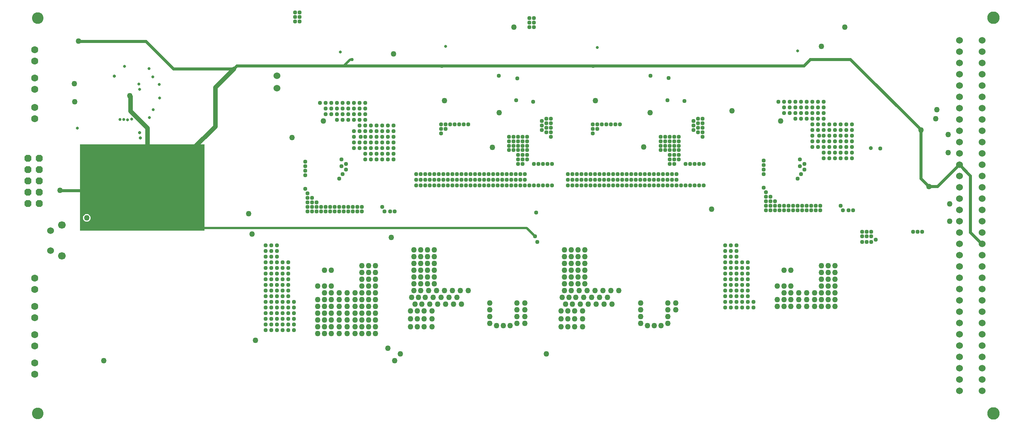
<source format=gbr>
%FSTAX23Y23*%
%MOIN*%
%SFA1B1*%

%IPPOS*%
%AMD71*
4,1,8,-0.031000,0.015500,-0.031000,-0.015500,-0.015500,-0.031000,0.015500,-0.031000,0.031000,-0.015500,0.031000,0.015500,0.015500,0.031000,-0.015500,0.031000,-0.031000,0.015500,0.0*
%
%ADD58C,0.025000*%
%ADD62C,0.039370*%
%ADD64C,0.019685*%
%ADD67C,0.102362*%
%ADD68C,0.060000*%
%ADD69C,0.066929*%
%ADD70C,0.062992*%
G04~CAMADD=71~4~0.0~0.0~620.0~620.0~0.0~155.0~0~0.0~0.0~0.0~0.0~0~0.0~0.0~0.0~0.0~0~0.0~0.0~0.0~90.0~620.0~620.0*
%ADD71D71*%
%ADD72C,0.110236*%
%ADD73C,0.060000*%
%ADD74C,0.050000*%
%ADD75C,0.025000*%
%ADD76C,0.027559*%
%ADD77C,0.035433*%
%ADD78C,0.037401*%
%ADD79C,0.026457*%
%ADD80C,0.030000*%
%LNlv1_copper_signal_2-1*%
%LPD*%
G36*
X02479Y02231D02*
X01379D01*
Y02992*
X02479*
Y02231*
G37*
%LNlv1_copper_signal_2-2*%
%LPC*%
G36*
X0144Y02376D02*
X01431Y02375D01*
X01423Y02372*
X01417Y02366*
X01411Y02359*
X01408Y02351*
X01407Y02343*
X01408Y02334*
X01411Y02326*
X01417Y02319*
X01423Y02314*
X01431Y02311*
X0144Y0231*
X01449Y02311*
X01457Y02314*
X01463Y02319*
X01469Y02326*
X01472Y02334*
X01473Y02343*
X01472Y02351*
X01469Y02359*
X01463Y02366*
X01457Y02372*
X01449Y02375*
X0144Y02376*
G37*
%LNlv1_copper_signal_2-3*%
%LPD*%
G54D58*
X02207Y0366D02*
X0274D01*
X01201Y02584D02*
X01714D01*
X01365Y03904D02*
X01962D01*
X02207Y0366*
X09247Y02213D02*
X0935Y0211D01*
X08957Y0262D02*
X0915Y02813D01*
X09247Y02213D02*
Y02714D01*
X0915Y02812D02*
X09247Y02714D01*
X0888Y0262D02*
X08957D01*
X0881Y02689D02*
X0888Y0262D01*
X0881Y02689D02*
Y03119D01*
X07776Y03687D02*
X07833Y03744D01*
X08188Y03743D02*
X08809Y03122D01*
X07834Y03743D02*
X08188D01*
X03711Y03687D02*
X07776D01*
X02768D02*
X03711D01*
X0274Y0366D02*
X02768Y03687D01*
G54D62*
X01827Y03287D02*
Y03415D01*
Y03287D02*
X01978Y03136D01*
Y02568D02*
Y03136D01*
X02576Y03496D02*
X02739Y0366D01*
X02576Y0315D02*
Y03496D01*
X02375Y0295D02*
X02576Y0315D01*
X01992Y0257D02*
X0237Y02948D01*
X0198Y0257D02*
X01992D01*
G54D64*
X05327Y02253D02*
X05401Y02179D01*
X02296Y02253D02*
X05327D01*
X0198Y0257D02*
X02296Y02253D01*
X03711Y03687D02*
X03766Y03743D01*
X03784*
G54D67*
X01006Y00612D03*
Y04111D03*
G54D68*
X0112Y02231D03*
Y02054D03*
X0915Y00812D03*
Y00912D03*
Y01012D03*
Y01112D03*
Y01212D03*
Y01312D03*
Y01412D03*
Y01512D03*
Y01612D03*
Y01712D03*
Y01812D03*
Y01912D03*
Y02012D03*
Y02112D03*
Y02212D03*
Y02312D03*
Y02412D03*
Y02512D03*
Y02612D03*
Y02712D03*
Y02812D03*
Y02912D03*
Y03012D03*
Y03112D03*
Y03212D03*
Y03312D03*
Y03412D03*
Y03512D03*
Y03612D03*
Y03712D03*
Y03812D03*
Y03912D03*
X0935Y00812D03*
Y00912D03*
Y01012D03*
Y01112D03*
Y01212D03*
Y01312D03*
Y01412D03*
Y01512D03*
Y01612D03*
Y01712D03*
Y01812D03*
Y01912D03*
Y02012D03*
Y02112D03*
Y02212D03*
Y02312D03*
Y02412D03*
Y02512D03*
Y02612D03*
Y02712D03*
Y02812D03*
Y02912D03*
Y03012D03*
Y03112D03*
Y03212D03*
Y03312D03*
Y03412D03*
Y03512D03*
Y03612D03*
Y03712D03*
Y03812D03*
Y03912D03*
G54D69*
X01219Y02005D03*
Y02281D03*
G54D70*
X00981Y0383D03*
Y0373D03*
Y0322D03*
Y0332D03*
Y0348D03*
Y0358D03*
Y0171D03*
Y0181D03*
Y0146D03*
Y0156D03*
Y0121D03*
Y0131D03*
Y0096D03*
Y0106D03*
G54D71*
X0102Y0247D03*
X0092D03*
X0102Y0257D03*
X0092D03*
X0102Y0267D03*
X0092D03*
Y0277D03*
X0102D03*
Y0287D03*
X0092D03*
G54D72*
X0945Y00612D03*
Y04112D03*
G54D73*
X0312Y036D03*
Y0349D03*
G54D74*
X01715Y0252D03*
X02026Y02473D03*
X01914Y02418D03*
X01775Y02415D03*
X01648Y02381D03*
X01646Y02585D03*
X0182Y03423D03*
X02079Y02563D03*
X01202Y02586D03*
X01714Y02584D03*
X01366Y03905D03*
X0144Y02343D03*
X01978Y02568D03*
X0353Y032D03*
X0757D03*
X0287Y0238D03*
X029Y022D03*
X03255Y03052D03*
X0793Y0386D03*
X046Y0338D03*
X05083Y03272D03*
X05025Y02967D03*
X0481Y017D03*
X0474D03*
X0467D03*
X046D03*
X0453D03*
X0446D03*
X0439D03*
X0443Y0164D03*
X045D03*
X0457D03*
X0464D03*
X0471D03*
X044Y0158D03*
X0447D03*
X0454D03*
X0461D03*
X0468D03*
X0475D03*
X05Y0159D03*
Y0153D03*
Y0147D03*
Y0141D03*
X0512Y0139D03*
X05239Y0159D03*
X05309D03*
X05239Y0153D03*
X05309D03*
Y0147D03*
X05239D03*
X0518Y0139D03*
X05309Y0141D03*
X05239D03*
X0449Y0152D03*
X0442D03*
X0449Y0145D03*
X0442D03*
X0449Y0138D03*
X0442D03*
X06575Y01411D03*
Y01471D03*
X06645Y01531D03*
X06575D03*
X06645Y01591D03*
X06575D03*
X06455Y01391D03*
X06395D03*
X06335Y01411D03*
Y01471D03*
Y01531D03*
Y01591D03*
X0636Y02969D03*
X06418Y03273D03*
X05935Y03381D03*
X0415Y03793D03*
X0714Y0329D03*
X0399Y0168D03*
X0393D03*
X0387D03*
Y0174D03*
Y018D03*
X0393Y0174D03*
Y018D03*
X0399D03*
Y0174D03*
X0374Y0168D03*
X0367D03*
X036D03*
Y0174D03*
X0354D03*
X0348D03*
X0354Y0168D03*
X036Y0188D03*
X0354D03*
X0506Y0139D03*
X041Y0119D03*
X0293Y0126D03*
X0421Y0114D03*
X055D03*
X06515Y01391D03*
X0416Y0108D03*
X0159D03*
X0439Y0176D03*
Y0182D03*
Y0188D03*
Y0194D03*
Y02D03*
Y0206D03*
X0433Y017D03*
Y0176D03*
Y0182D03*
Y0188D03*
Y0194D03*
Y02D03*
Y0206D03*
X0437Y0164D03*
X0431D03*
X0434Y0158D03*
X0436Y0152D03*
Y0145D03*
Y0138D03*
X043D03*
Y0145D03*
Y0152D03*
X0445Y0206D03*
X0451D03*
X0445Y02D03*
X0451D03*
Y0194D03*
X0445D03*
Y0188D03*
X0451D03*
Y0182D03*
X0445D03*
Y0176D03*
X0451D03*
X0696Y0242D03*
X0584Y0176D03*
X0578D03*
Y0182D03*
X0584D03*
Y0188D03*
X0578D03*
Y0194D03*
X0584D03*
Y02D03*
X0578D03*
X0584Y0206D03*
X0578D03*
X0563Y0152D03*
Y0145D03*
Y0138D03*
X0569D03*
Y0145D03*
Y0152D03*
X0567Y0158D03*
X0564Y0164D03*
X057D03*
X0566Y0206D03*
Y02D03*
Y0194D03*
Y0188D03*
Y0182D03*
Y0176D03*
Y017D03*
X05719Y0206D03*
Y02D03*
Y0194D03*
Y0188D03*
Y0182D03*
Y0176D03*
X0575Y0138D03*
X0582D03*
X0575Y0145D03*
X0582D03*
X0575Y0152D03*
X0582D03*
X0608Y0158D03*
X0601D03*
X0594D03*
X0587D03*
X058D03*
X0573D03*
X0604Y0164D03*
X0597D03*
X059D03*
X0583D03*
X0576D03*
X05719Y017D03*
X05789D03*
X05859D03*
X05929D03*
X05999D03*
X06069D03*
X06139D03*
X0413Y0217D03*
X0399Y0192D03*
X0393D03*
X0387D03*
Y0186D03*
X0393D03*
X0399D03*
Y0156D03*
Y0162D03*
X0393D03*
Y0156D03*
X0387Y0162D03*
Y0156D03*
Y015D03*
X0393D03*
X0399D03*
X0381Y0156D03*
X0367Y0162D03*
X0374Y015D03*
X0381D03*
X036Y0156D03*
Y0162D03*
X0354D03*
Y0156D03*
X0348Y0162D03*
Y0156D03*
Y015D03*
X0354D03*
X036D03*
X0381Y0162D03*
Y0168D03*
X0367Y0156D03*
Y015D03*
X0374Y0156D03*
Y0162D03*
Y0144D03*
Y0138D03*
X0367Y0132D03*
Y0138D03*
X0381Y0144D03*
X036Y0132D03*
X0354D03*
X0348D03*
Y0138D03*
Y0144D03*
X0354Y0138D03*
Y0144D03*
X036D03*
Y0138D03*
X0381Y0132D03*
X0374D03*
X0367Y0144D03*
X0381Y0138D03*
X0399Y0132D03*
X0393D03*
X0387D03*
Y0138D03*
Y0144D03*
X0393Y0138D03*
Y0144D03*
X0399D03*
Y0138D03*
X078Y0162D03*
Y0156D03*
X0773D03*
X07869Y0168D03*
Y0162D03*
X0754Y0156D03*
Y0162D03*
X07599Y0156D03*
Y0162D03*
X0766D03*
Y0156D03*
X0773Y0162D03*
X07869Y0156D03*
X0793D03*
Y0162D03*
X0799Y0156D03*
Y0162D03*
X0805D03*
Y0156D03*
Y0186D03*
X0799D03*
X0793D03*
Y0192D03*
X0799D03*
X0805D03*
X07599Y0188D03*
X0766D03*
X07599Y0168D03*
X0754Y0174D03*
X07599D03*
X0766D03*
Y0168D03*
X0773D03*
X078D03*
X0805Y0174D03*
Y018D03*
X0799D03*
Y0174D03*
X0793Y018D03*
Y0174D03*
Y0168D03*
X0799D03*
X0805D03*
X09062Y02312D03*
X09065Y02465D03*
X0905Y0292D03*
Y0308D03*
X0888Y0262D03*
X0894Y03219D03*
X0881Y03119D03*
X0895Y033D03*
X01334Y0337D03*
X01329Y0353D03*
X05212Y04029D03*
X08136D03*
G54D75*
X01358Y03137D03*
X02082Y03404D03*
X0208Y03524D03*
X02025Y03588D03*
X01773Y03684D03*
X01991Y03664D03*
X02026Y03299D03*
X01992Y03229D03*
X01801Y03209D03*
X01768Y03212D03*
X01734Y03214D03*
X01837Y03216D03*
X01899Y03525D03*
X01906Y03481D03*
G54D76*
X01682Y03595D03*
X01914Y03051D03*
X01907Y03095D03*
G54D77*
X08368Y02958D03*
G54D78*
X08451Y02957D03*
X0672Y03377D03*
X05385Y0337D03*
X0365Y0321D03*
X0355Y0326D03*
X036D03*
X0365D03*
X037Y0321D03*
Y0326D03*
X0355Y0331D03*
X036D03*
X0365D03*
X037D03*
X035Y0336D03*
X0355D03*
X036D03*
X0365D03*
X0755Y0337D03*
X07599D03*
Y0332D03*
Y0327D03*
X0765D03*
Y0332D03*
Y0337D03*
X077D03*
Y0332D03*
Y0327D03*
Y0322D03*
X0775D03*
Y0327D03*
Y0332D03*
X0595Y0313D03*
X0591Y0309D03*
Y0313D03*
Y0317D03*
X0595D03*
X0599D03*
X0603D03*
X06069D03*
X0611D03*
X0615D03*
X0435Y0263D03*
X0439D03*
X0443D03*
X0447D03*
X0451D03*
X0459D03*
X0455D03*
X0483D03*
X0479D03*
X0475D03*
X0471D03*
X0467D03*
X0463D03*
X0507D03*
X0503D03*
X0499D03*
X0495D03*
X0491D03*
X0487D03*
X05309D03*
X0527D03*
X0523D03*
X0519D03*
X0515D03*
X0511D03*
X0461Y0313D03*
X0481Y0317D03*
X0477D03*
X0473D03*
X0469D03*
X0465D03*
X0457Y0313D03*
Y0309D03*
X0461Y0317D03*
X0457D03*
X0535Y0263D03*
X0539D03*
X0543D03*
X0547D03*
X05509D03*
X0555D03*
X0539Y0282D03*
X0529D03*
X0525D03*
X0533Y0286D03*
X0525D03*
X0529D03*
X0533Y029D03*
X0529D03*
X0525D03*
Y0298D03*
X0529D03*
X0533D03*
X0521D03*
X0517Y02981D03*
X05169Y02942D03*
X0529D03*
X0521D03*
X0525D03*
X0533D03*
Y0302D03*
X0546Y032D03*
X055Y031D03*
X0554Y0306D03*
Y031D03*
Y0314D03*
X055D03*
X0546Y0312D03*
X0554Y0318D03*
X055D03*
X0546Y0316D03*
X0554Y0322D03*
X055D03*
X0543Y0282D03*
X0547D03*
X05509D03*
X0555D03*
X0525Y0302D03*
X0521D03*
X0529D03*
X05169D03*
Y0306D03*
X0521D03*
X0533D03*
X0529D03*
X0525D03*
X05244Y03577D03*
X05234Y03382D03*
X0508Y036D03*
X06569Y03383D03*
X06579Y03578D03*
X0689Y0263D03*
X0685D03*
X0681D03*
X06769D03*
X0673D03*
X06689D03*
X0645D03*
X06489D03*
X0653D03*
X0657D03*
X0661D03*
X0665D03*
X06209D03*
X0625D03*
X0629D03*
X0633D03*
X0637D03*
X0641D03*
X0597D03*
X0601D03*
X0605D03*
X0609D03*
X0613D03*
X0617D03*
X0589D03*
X05929D03*
X0585D03*
X0581D03*
X0577D03*
X0573D03*
X0569D03*
X0659Y0306D03*
X06629D03*
X0667D03*
X0655D03*
X0651D03*
Y0302D03*
X06629D03*
X0655D03*
X0659D03*
X0685Y0282D03*
X0681D03*
X06769D03*
X06839Y0322D03*
X0688D03*
X068Y0316D03*
X06839Y0318D03*
X0688D03*
X068Y0312D03*
X06839Y0314D03*
X0688D03*
Y031D03*
Y0306D03*
X06839Y031D03*
X068Y032D03*
X0667Y0302D03*
Y02942D03*
X0659D03*
X0655D03*
X06629D03*
X0651D03*
Y0298D03*
X0655D03*
X0667D03*
X06629D03*
X0659D03*
Y029D03*
X06629D03*
X0667D03*
X06629Y0286D03*
X0659D03*
X0667D03*
X0659Y0282D03*
X06629D03*
X0673D03*
X0416Y024D03*
X0407D03*
X0387D03*
Y0244D03*
X0383D03*
Y024D03*
X0379D03*
Y0244D03*
X0375Y024D03*
Y0244D03*
X0371D03*
Y024D03*
X0367D03*
Y0244D03*
X0363D03*
Y024D03*
X0359D03*
Y0244D03*
X0355D03*
Y024D03*
X0351D03*
Y0244D03*
X0347Y024D03*
Y0244D03*
X0343D03*
Y024D03*
X0339D03*
Y0244D03*
X0347Y0248D03*
X0343Y0252D03*
Y0248D03*
X0339D03*
Y0252D03*
Y0256D03*
X0337Y026D03*
Y0272D03*
Y0276D03*
Y028D03*
Y0284D03*
X0405Y0244D03*
X0412Y024D03*
X039Y0336D03*
X0385D03*
X038D03*
X039Y0331D03*
X0385D03*
X038D03*
Y0326D03*
X0385D03*
X039D03*
X038Y0321D03*
X0385D03*
X039D03*
X0385Y0316D03*
X039D03*
X0395D03*
X04D03*
X0405D03*
X041D03*
X0415D03*
Y0311D03*
X038D03*
Y0306D03*
Y0301D03*
Y0296D03*
X0385Y0311D03*
X039D03*
X0395D03*
X04D03*
X04051Y03109D03*
X041Y0311D03*
X0415Y0306D03*
X041D03*
X0405D03*
X04D03*
X0395D03*
X039D03*
X0386D03*
X0385Y0301D03*
Y0296D03*
X039D03*
X0395D03*
X04D03*
X0405D03*
X041D03*
X0415D03*
Y0301D03*
X041D03*
X0405D03*
X04D03*
X0395D03*
X039D03*
X037Y0336D03*
X06419Y036D03*
X0415Y0291D03*
X041D03*
X0405D03*
X04D03*
X0395D03*
X039D03*
Y0286D03*
X0395D03*
X04D03*
X0405D03*
X041D03*
X0415D03*
X0375Y0331D03*
Y0321D03*
Y0326D03*
Y0336D03*
X0302Y021D03*
Y0205D03*
Y02D03*
Y0195D03*
Y019D03*
Y0185D03*
Y018D03*
Y0175D03*
Y017D03*
X0307D03*
Y0175D03*
Y018D03*
Y0185D03*
Y019D03*
Y0195D03*
Y02D03*
Y0205D03*
Y021D03*
X0312Y017D03*
Y0175D03*
Y018D03*
Y0185D03*
Y019D03*
Y0195D03*
Y02D03*
Y0205D03*
Y021D03*
X0302Y0135D03*
Y014D03*
Y0145D03*
Y015D03*
Y0155D03*
Y016D03*
Y0165D03*
X0307D03*
Y016D03*
Y0155D03*
Y015D03*
Y0145D03*
Y014D03*
Y0135D03*
X0312Y0165D03*
Y016D03*
Y0155D03*
Y015D03*
Y0145D03*
Y014D03*
Y0135D03*
X0317Y0195D03*
Y019D03*
Y0185D03*
Y018D03*
Y0175D03*
Y017D03*
Y0165D03*
X0322Y0195D03*
Y019D03*
Y0185D03*
Y018D03*
Y0175D03*
Y017D03*
Y0165D03*
X0327Y0135D03*
Y014D03*
Y0145D03*
Y015D03*
Y0155D03*
Y016D03*
X0322Y0135D03*
Y014D03*
Y0145D03*
Y015D03*
Y0155D03*
Y016D03*
X0317D03*
Y0155D03*
Y015D03*
Y0145D03*
Y014D03*
Y0135D03*
X0723Y0155D03*
Y016D03*
X0728D03*
Y0155D03*
X0733Y016D03*
Y0155D03*
X0728Y0165D03*
Y017D03*
Y0175D03*
Y018D03*
Y0185D03*
Y019D03*
Y0195D03*
X0723Y0165D03*
Y017D03*
Y0175D03*
Y018D03*
Y0185D03*
Y019D03*
Y0195D03*
X07179Y0155D03*
Y016D03*
Y0165D03*
X0713Y0155D03*
Y016D03*
Y0165D03*
X0708D03*
Y016D03*
Y0155D03*
X07179Y021D03*
Y0205D03*
Y02D03*
Y0195D03*
Y019D03*
Y0185D03*
Y018D03*
Y0175D03*
Y017D03*
X0713Y021D03*
Y0205D03*
Y02D03*
Y0195D03*
Y019D03*
Y0185D03*
Y018D03*
Y0175D03*
Y017D03*
X0708D03*
Y0175D03*
Y018D03*
Y0185D03*
Y019D03*
Y0195D03*
Y02D03*
Y0205D03*
Y021D03*
X078Y0337D03*
Y0332D03*
Y0322D03*
Y0327D03*
X082Y0287D03*
X08149D03*
X081D03*
X0805D03*
X08D03*
X07949D03*
Y0292D03*
X08D03*
X0805D03*
X081D03*
X08149D03*
X082D03*
X0775Y0337D03*
X07949Y0302D03*
X08D03*
X0805D03*
X081D03*
X08149D03*
X082D03*
Y0297D03*
X08149D03*
X081D03*
X0805D03*
X08D03*
X07949D03*
X079D03*
Y0302D03*
X0791Y0307D03*
X07949D03*
X08D03*
X0805D03*
X081D03*
X08149D03*
X082D03*
X08149Y0312D03*
X08101D03*
X0805D03*
X08D03*
X07949D03*
X079D03*
X0785Y0297D03*
Y0302D03*
Y0307D03*
Y0312D03*
X082D03*
Y0317D03*
X08149D03*
X081D03*
X0805D03*
X08D03*
X07949D03*
X079D03*
X0785D03*
X07949Y0322D03*
X079D03*
X0785D03*
X07949Y0327D03*
X079D03*
X0785D03*
Y0332D03*
X079D03*
X07949D03*
X0785Y0337D03*
X079D03*
X07949D03*
X081Y0245D03*
X0742Y0285D03*
Y0281D03*
Y0277D03*
Y0273D03*
Y0261D03*
X0744Y0257D03*
Y0253D03*
Y0249D03*
X0748D03*
Y0253D03*
X0752Y0249D03*
X0744Y0245D03*
Y0241D03*
X0748D03*
Y0245D03*
X0752D03*
Y0241D03*
X0756Y0245D03*
Y0241D03*
X07599D03*
Y0245D03*
X0764D03*
Y0241D03*
X0768D03*
Y0245D03*
X0772D03*
Y0241D03*
X0776D03*
Y0245D03*
X078D03*
Y0241D03*
X0784Y0245D03*
Y0241D03*
X07879D03*
Y0245D03*
X0792D03*
Y0241D03*
X0812D03*
X0821D03*
X0772Y0269D03*
X0775Y0273D03*
X0778Y0277D03*
Y0282D03*
X07739Y0286D03*
Y028D03*
X0369D03*
Y0286D03*
X0373Y0282D03*
Y0277D03*
X037Y0273D03*
X0367Y0269D03*
X08289Y0222D03*
Y0218D03*
Y0213D03*
X0833Y0222D03*
Y0218D03*
Y0213D03*
X0837D03*
Y0218D03*
Y0222D03*
X0841Y0215D03*
X0541Y0239D03*
X054Y0218D03*
X0542Y0213D03*
X0511Y0268D03*
X0515D03*
X0519D03*
X0523D03*
X0527D03*
X05309D03*
X0487D03*
X0491D03*
X0495D03*
X0499D03*
X0503D03*
X0507D03*
X0463D03*
X0467D03*
X0471D03*
X0475D03*
X0479D03*
X0483D03*
X0455D03*
X0459D03*
X0451D03*
X0447D03*
X0443D03*
X0439D03*
X0435D03*
X0511Y0273D03*
X0515D03*
X0519D03*
X0523D03*
X0527D03*
X05309D03*
X0487D03*
X0491D03*
X0495D03*
X0499D03*
X0503D03*
X0507D03*
X0463D03*
X0467D03*
X0471D03*
X0475D03*
X0479D03*
X0483D03*
X0455D03*
X0459D03*
X0451D03*
X0447D03*
X0443D03*
X0439D03*
X0435D03*
X0569D03*
X0573D03*
X0577D03*
X0581D03*
X0585D03*
X05929D03*
X0589D03*
X0617D03*
X0613D03*
X0609D03*
X0605D03*
X0601D03*
X0597D03*
X0641D03*
X0637D03*
X0633D03*
X0629D03*
X0625D03*
X06209D03*
X0661D03*
X0657D03*
X0653D03*
X06489D03*
X0645D03*
X0569Y0268D03*
X0573D03*
X0577D03*
X0581D03*
X0585D03*
X05929D03*
X0589D03*
X0617D03*
X0613D03*
X0609D03*
X0605D03*
X0601D03*
X0597D03*
X0641D03*
X0637D03*
X0633D03*
X0629D03*
X0625D03*
X06209D03*
X0661D03*
X0657D03*
X0653D03*
X06489D03*
X0645D03*
X0665Y0273D03*
Y0268D03*
X0817Y0241D03*
X0882Y0222D03*
X08779D03*
X0874D03*
X0535Y0403D03*
Y0411D03*
Y0407D03*
X0539Y0411D03*
Y0407D03*
Y0403D03*
X0332Y0416D03*
Y0412D03*
Y0408D03*
X0328D03*
Y0412D03*
Y0416D03*
X0689Y0282D03*
G54D79*
X0772Y0382D03*
X0368Y0381D03*
X0595Y0385D03*
X0461Y0386D03*
G54D80*
X03784Y03743D03*
X07834D03*
X04576Y03683D03*
X05912Y03684D03*
M02*
</source>
